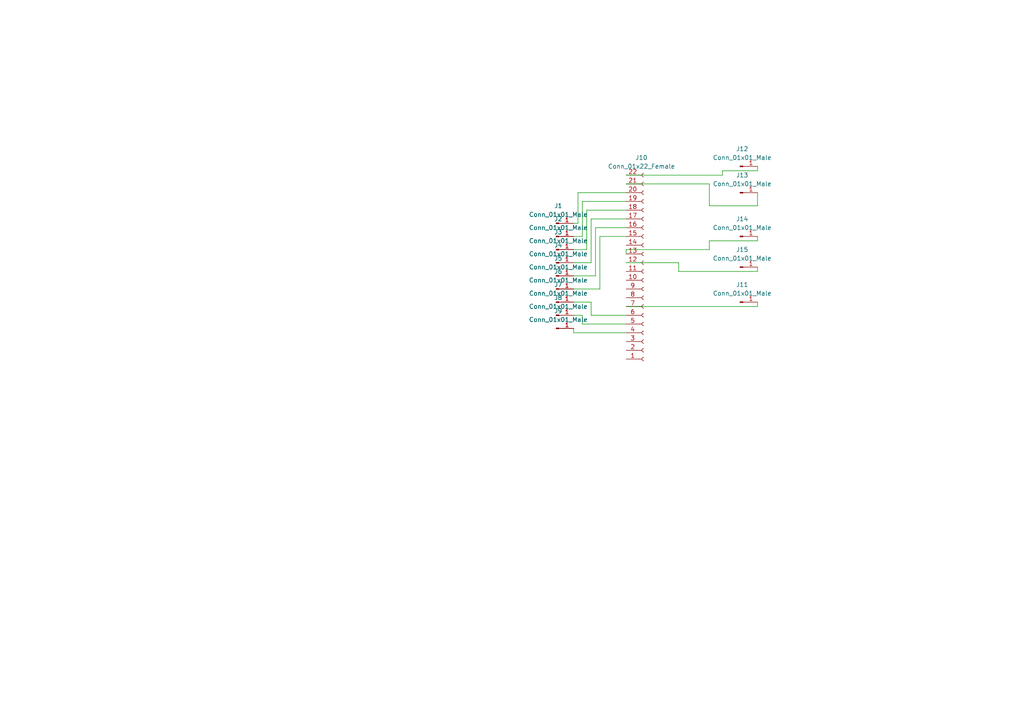
<source format=kicad_sch>
(kicad_sch (version 20211123) (generator eeschema)
  (paper "A4")
  (title_block (title "EMMMA-K-v3-Slave") (date "2022-10-20") (rev "0"))
  (lib_symbols
    (symbol "Connector:Conn_01x01_Male" (pin_names (offset 1.016) hide)
      (property "Reference" "J" (at 0 2.54 0))
      (property "Value" "Conn_01x01_Male" (at 0 -2.54 0))
      (symbol "Conn_01x01_Male_1_1"
        (polyline (pts (xy 1.27 0) (xy 0.8636 0)) (stroke (width 0.1524)))
        (rectangle (start 0.8636 0.127) (end 0 -0.127) (stroke (width 0.1524)) (fill (type outline)))
        (pin passive line (at 5.08 0 180) (length 3.81) (name "Pin_1") (number "1"))
      )
    )
    (symbol "Connector:Conn_01x22_Female" (pin_names (offset 1.016) hide)
      (property "Reference" "J" (at 0 27.94 0))
      (property "Value" "Conn_01x22_Female" (at 0 -30.48 0))
      (symbol "Conn_01x22_Female_1_1"
        (arc (start 0 -27.432) (mid -0.508 -27.94) (end 0 -28.448) (stroke (width 0.1524)))
        (arc (start 0 -24.892) (mid -0.508 -25.4) (end 0 -25.908) (stroke (width 0.1524)))
        (arc (start 0 -22.352) (mid -0.508 -22.86) (end 0 -23.368) (stroke (width 0.1524)))
        (arc (start 0 -19.812) (mid -0.508 -20.32) (end 0 -20.828) (stroke (width 0.1524)))
        (arc (start 0 -17.272) (mid -0.508 -17.78) (end 0 -18.288) (stroke (width 0.1524)))
        (arc (start 0 -14.732) (mid -0.508 -15.24) (end 0 -15.748) (stroke (width 0.1524)))
        (arc (start 0 -12.192) (mid -0.508 -12.7) (end 0 -13.208) (stroke (width 0.1524)))
        (arc (start 0 -9.652) (mid -0.508 -10.16) (end 0 -10.668) (stroke (width 0.1524)))
        (arc (start 0 -7.112) (mid -0.508 -7.62) (end 0 -8.128) (stroke (width 0.1524)))
        (arc (start 0 -4.572) (mid -0.508 -5.08) (end 0 -5.588) (stroke (width 0.1524)))
        (arc (start 0 -2.032) (mid -0.508 -2.54) (end 0 -3.048) (stroke (width 0.1524)))
        (polyline (pts (xy -1.27 -27.94) (xy -0.508 -27.94)) (stroke (width 0.1524)))
        (polyline (pts (xy -1.27 -25.4) (xy -0.508 -25.4)) (stroke (width 0.1524)))
        (polyline (pts (xy -1.27 -22.86) (xy -0.508 -22.86)) (stroke (width 0.1524)))
        (polyline (pts (xy -1.27 -20.32) (xy -0.508 -20.32)) (stroke (width 0.1524)))
        (polyline (pts (xy -1.27 -17.78) (xy -0.508 -17.78)) (stroke (width 0.1524)))
        (polyline (pts (xy -1.27 -15.24) (xy -0.508 -15.24)) (stroke (width 0.1524)))
        (polyline (pts (xy -1.27 -12.7) (xy -0.508 -12.7)) (stroke (width 0.1524)))
        (polyline (pts (xy -1.27 -10.16) (xy -0.508 -10.16)) (stroke (width 0.1524)))
        (polyline (pts (xy -1.27 -7.62) (xy -0.508 -7.62)) (stroke (width 0.1524)))
        (polyline (pts (xy -1.27 -5.08) (xy -0.508 -5.08)) (stroke (width 0.1524)))
        (polyline (pts (xy -1.27 -2.54) (xy -0.508 -2.54)) (stroke (width 0.1524)))
        (polyline (pts (xy -1.27 0) (xy -0.508 0)) (stroke (width 0.1524)))
        (polyline (pts (xy -1.27 2.54) (xy -0.508 2.54)) (stroke (width 0.1524)))
        (polyline (pts (xy -1.27 5.08) (xy -0.508 5.08)) (stroke (width 0.1524)))
        (polyline (pts (xy -1.27 7.62) (xy -0.508 7.62)) (stroke (width 0.1524)))
        (polyline (pts (xy -1.27 10.16) (xy -0.508 10.16)) (stroke (width 0.1524)))
        (polyline (pts (xy -1.27 12.7) (xy -0.508 12.7)) (stroke (width 0.1524)))
        (polyline (pts (xy -1.27 15.24) (xy -0.508 15.24)) (stroke (width 0.1524)))
        (polyline (pts (xy -1.27 17.78) (xy -0.508 17.78)) (stroke (width 0.1524)))
        (polyline (pts (xy -1.27 20.32) (xy -0.508 20.32)) (stroke (width 0.1524)))
        (polyline (pts (xy -1.27 22.86) (xy -0.508 22.86)) (stroke (width 0.1524)))
        (polyline (pts (xy -1.27 25.4) (xy -0.508 25.4)) (stroke (width 0.1524)))
        (arc (start 0 0.508) (mid -0.508 0) (end 0 -0.508) (stroke (width 0.1524)))
        (arc (start 0 3.048) (mid -0.508 2.54) (end 0 2.032) (stroke (width 0.1524)))
        (arc (start 0 5.588) (mid -0.508 5.08) (end 0 4.572) (stroke (width 0.1524)))
        (arc (start 0 8.128) (mid -0.508 7.62) (end 0 7.112) (stroke (width 0.1524)))
        (arc (start 0 10.668) (mid -0.508 10.16) (end 0 9.652) (stroke (width 0.1524)))
        (arc (start 0 13.208) (mid -0.508 12.7) (end 0 12.192) (stroke (width 0.1524)))
        (arc (start 0 15.748) (mid -0.508 15.24) (end 0 14.732) (stroke (width 0.1524)))
        (arc (start 0 18.288) (mid -0.508 17.78) (end 0 17.272) (stroke (width 0.1524)))
        (arc (start 0 20.828) (mid -0.508 20.32) (end 0 19.812) (stroke (width 0.1524)))
        (arc (start 0 23.368) (mid -0.508 22.86) (end 0 22.352) (stroke (width 0.1524)))
        (arc (start 0 25.908) (mid -0.508 25.4) (end 0 24.892) (stroke (width 0.1524)))
        (pin passive line (at -5.08 25.4 0) (length 3.81) (name "Pin_1") (number "1"))
        (pin passive line (at -5.08 2.54 0) (length 3.81) (name "Pin_10") (number "10"))
        (pin passive line (at -5.08 0 0) (length 3.81) (name "Pin_11") (number "11"))
        (pin passive line (at -5.08 -2.54 0) (length 3.81) (name "Pin_12") (number "12"))
        (pin passive line (at -5.08 -5.08 0) (length 3.81) (name "Pin_13") (number "13"))
        (pin passive line (at -5.08 -7.62 0) (length 3.81) (name "Pin_14") (number "14"))
        (pin passive line (at -5.08 -10.16 0) (length 3.81) (name "Pin_15") (number "15"))
        (pin passive line (at -5.08 -12.7 0) (length 3.81) (name "Pin_16") (number "16"))
        (pin passive line (at -5.08 -15.24 0) (length 3.81) (name "Pin_17") (number "17"))
        (pin passive line (at -5.08 -17.78 0) (length 3.81) (name "Pin_18") (number "18"))
        (pin passive line (at -5.08 -20.32 0) (length 3.81) (name "Pin_19") (number "19"))
        (pin passive line (at -5.08 22.86 0) (length 3.81) (name "Pin_2") (number "2"))
        (pin passive line (at -5.08 -22.86 0) (length 3.81) (name "Pin_20") (number "20"))
        (pin passive line (at -5.08 -25.4 0) (length 3.81) (name "Pin_21") (number "21"))
        (pin passive line (at -5.08 -27.94 0) (length 3.81) (name "Pin_22") (number "22"))
        (pin passive line (at -5.08 20.32 0) (length 3.81) (name "Pin_3") (number "3"))
        (pin passive line (at -5.08 17.78 0) (length 3.81) (name "Pin_4") (number "4"))
        (pin passive line (at -5.08 15.24 0) (length 3.81) (name "Pin_5") (number "5"))
        (pin passive line (at -5.08 12.7 0) (length 3.81) (name "Pin_6") (number "6"))
        (pin passive line (at -5.08 10.16 0) (length 3.81) (name "Pin_7") (number "7"))
        (pin passive line (at -5.08 7.62 0) (length 3.81) (name "Pin_8") (number "8"))
        (pin passive line (at -5.08 5.08 0) (length 3.81) (name "Pin_9") (number "9"))
      )
    )
  )
  (wire (pts (xy 181.61 53.34) (xy 205.74 53.34)))
  (wire (pts (xy 172.72 80.01) (xy 172.72 66.04)))
  (wire (pts (xy 219.71 48.26) (xy 219.71 49.53)))
  (wire (pts (xy 219.71 78.74) (xy 219.71 77.47)))
  (wire (pts (xy 205.74 69.85) (xy 219.71 69.85)))
  (wire (pts (xy 209.55 50.8) (xy 209.55 49.53)))
  (wire (pts (xy 168.91 93.98) (xy 181.61 93.98)))
  (wire (pts (xy 167.64 55.88) (xy 181.61 55.88)))
  (wire (pts (xy 166.37 96.52) (xy 181.61 96.52)))
  (wire (pts (xy 166.37 95.25) (xy 166.37 96.52)))
  (wire (pts (xy 171.45 91.44) (xy 181.61 91.44)))
  (wire (pts (xy 166.37 68.58) (xy 168.91 68.58)))
  (wire (pts (xy 196.85 78.74) (xy 219.71 78.74)))
  (wire (pts (xy 166.37 83.82) (xy 173.99 83.82)))
  (wire (pts (xy 170.18 60.96) (xy 181.61 60.96)))
  (wire (pts (xy 172.72 66.04) (xy 181.61 66.04)))
  (wire (pts (xy 181.61 73.66) (xy 181.61 72.39)))
  (wire (pts (xy 173.99 68.58) (xy 181.61 68.58)))
  (wire (pts (xy 219.71 69.85) (xy 219.71 68.58)))
  (wire (pts (xy 166.37 76.2) (xy 171.45 76.2)))
  (wire (pts (xy 170.18 72.39) (xy 170.18 60.96)))
  (wire (pts (xy 168.91 58.42) (xy 181.61 58.42)))
  (wire (pts (xy 181.61 72.39) (xy 205.74 72.39)))
  (wire (pts (xy 173.99 83.82) (xy 173.99 68.58)))
  (wire (pts (xy 205.74 72.39) (xy 205.74 69.85)))
  (wire (pts (xy 219.71 87.63) (xy 219.71 88.9)))
  (wire (pts (xy 171.45 76.2) (xy 171.45 63.5)))
  (wire (pts (xy 166.37 80.01) (xy 172.72 80.01)))
  (wire (pts (xy 205.74 59.69) (xy 219.71 59.69)))
  (wire (pts (xy 166.37 72.39) (xy 170.18 72.39)))
  (wire (pts (xy 181.61 76.2) (xy 196.85 76.2)))
  (wire (pts (xy 209.55 49.53) (xy 219.71 49.53)))
  (wire (pts (xy 171.45 63.5) (xy 181.61 63.5)))
  (wire (pts (xy 171.45 87.63) (xy 171.45 91.44)))
  (wire (pts (xy 166.37 64.77) (xy 167.64 64.77)))
  (wire (pts (xy 166.37 91.44) (xy 168.91 91.44)))
  (wire (pts (xy 205.74 53.34) (xy 205.74 59.69)))
  (wire (pts (xy 181.61 50.8) (xy 209.55 50.8)))
  (wire (pts (xy 167.64 64.77) (xy 167.64 55.88)))
  (wire (pts (xy 168.91 68.58) (xy 168.91 58.42)))
  (wire (pts (xy 166.37 87.63) (xy 171.45 87.63)))
  (wire (pts (xy 196.85 76.2) (xy 196.85 78.74)))
  (wire (pts (xy 181.61 88.9) (xy 219.71 88.9)))
  (wire (pts (xy 168.91 91.44) (xy 168.91 93.98)))
  (wire (pts (xy 219.71 59.69) (xy 219.71 55.88)))
  (symbol (lib_id "Connector:Conn_01x01_Male") (at 161.29 80.01 0) (unit 1)
    (property "Reference" "J5" (at 161.925 74.93 0))
    (property "Value" "Conn_01x01_Male" (at 161.925 77.47 0))
    (property "Footprint" "myLibrary:SolderWire-EMMMA-3mm1.7mm" (effects hide))
  )
  (symbol (lib_id "Connector:Conn_01x01_Male") (at 161.29 87.63 0) (unit 1)
    (property "Reference" "J7" (at 161.925 82.55 0))
    (property "Value" "Conn_01x01_Male" (at 161.925 85.09 0))
    (property "Footprint" "myLibrary:SolderWire-EMMMA-3mm1.7mm" (effects hide))
  )
  (symbol (lib_id "Connector:Conn_01x01_Male") (at 214.63 77.47 0) (unit 1)
    (property "Reference" "J15" (at 215.265 72.39 0))
    (property "Value" "Conn_01x01_Male" (at 215.265 74.93 0))
    (property "Footprint" "myLibrary:SolderWire-1.5sqmm_1x01_D1.0mm_OD3mm" (effects hide))
  )
  (symbol (lib_id "Connector:Conn_01x01_Male") (at 161.29 95.25 0) (unit 1)
    (property "Reference" "J9" (at 161.925 90.17 0))
    (property "Value" "Conn_01x01_Male" (at 161.925 92.71 0))
    (property "Footprint" "myLibrary:SolderWire-EMMMA-3mm1.7mm" (effects hide))
  )
  (symbol (lib_id "Connector:Conn_01x01_Male") (at 161.29 72.39 0) (unit 1)
    (property "Reference" "J3" (at 161.925 67.31 0))
    (property "Value" "Conn_01x01_Male" (at 161.925 69.85 0))
    (property "Footprint" "myLibrary:SolderWire-EMMMA-3mm1.7mm" (effects hide))
  )
  (symbol (lib_id "Connector:Conn_01x01_Male") (at 161.29 76.2 0) (unit 1)
    (property "Reference" "J4" (at 161.925 71.12 0))
    (property "Value" "Conn_01x01_Male" (at 161.925 73.66 0))
    (property "Footprint" "myLibrary:SolderWire-EMMMA-3mm1.7mm" (effects hide))
  )
  (symbol (lib_id "Connector:Conn_01x01_Male") (at 214.63 55.88 0) (unit 1)
    (property "Reference" "J13" (at 215.265 50.8 0))
    (property "Value" "Conn_01x01_Male" (at 215.265 53.34 0))
    (property "Footprint" "myLibrary:SolderWire-1.5sqmm_1x01_D1.0mm_OD3mm" (effects hide))
  )
  (symbol (lib_id "Connector:Conn_01x01_Male") (at 161.29 83.82 0) (unit 1)
    (property "Reference" "J6" (at 161.925 78.74 0))
    (property "Value" "Conn_01x01_Male" (at 161.925 81.28 0))
    (property "Footprint" "myLibrary:SolderWire-EMMMA-3mm1.7mm" (effects hide))
  )
  (symbol (lib_id "Connector:Conn_01x01_Male") (at 161.29 64.77 0) (unit 1)
    (property "Reference" "J1" (at 161.925 59.69 0))
    (property "Value" "Conn_01x01_Male" (at 161.925 62.23 0))
    (property "Footprint" "myLibrary:SolderWire-EMMMA-3mm1.7mm" (effects hide))
  )
  (symbol (lib_id "Connector:Conn_01x01_Male") (at 214.63 48.26 0) (unit 1)
    (property "Reference" "J12" (at 215.265 43.18 0))
    (property "Value" "Conn_01x01_Male" (at 215.265 45.72 0))
    (property "Footprint" "myLibrary:SolderWire-1.5sqmm_1x01_D1.0mm_OD3mm" (effects hide))
  )
  (symbol (lib_id "Connector:Conn_01x01_Male") (at 161.29 91.44 0) (unit 1)
    (property "Reference" "J8" (at 161.925 86.36 0))
    (property "Value" "Conn_01x01_Male" (at 161.925 88.9 0))
    (property "Footprint" "myLibrary:SolderWire-EMMMA-3mm1.7mm" (effects hide))
  )
  (symbol (lib_id "Connector:Conn_01x01_Male") (at 214.63 68.58 0) (unit 1)
    (property "Reference" "J14" (at 215.265 63.5 0))
    (property "Value" "Conn_01x01_Male" (at 215.265 66.04 0))
    (property "Footprint" "myLibrary:SolderWire-1.5sqmm_1x01_D1.0mm_OD3mm" (effects hide))
  )
  (symbol (lib_id "Connector:Conn_01x01_Male") (at 161.29 68.58 0) (unit 1)
    (property "Reference" "J2" (at 161.925 63.5 0))
    (property "Value" "Conn_01x01_Male" (at 161.925 66.04 0))
    (property "Footprint" "myLibrary:SolderWire-EMMMA-3mm1.7mm" (effects hide))
  )
  (symbol (lib_id "Connector:Conn_01x01_Male") (at 214.63 87.63 0) (unit 1)
    (property "Reference" "J11" (at 215.265 82.55 0))
    (property "Value" "Conn_01x01_Male" (at 215.265 85.09 0))
    (property "Footprint" "myLibrary:SolderWire-1.5sqmm_1x01_D1.0mm_OD3mm" (effects hide))
  )
  (symbol (lib_id "Connector:Conn_01x22_Female") (at 186.69 78.74 0) (mirror x) (unit 1)
    (property "Reference" "J10" (at 186.055 45.72 0))
    (property "Value" "Conn_01x22_Female" (at 186.055 48.26 0))
    (property "Footprint" "Connector_PinHeader_2.54mm:PinHeader_1x22_P2.54mm_Vertical" (effects hide))
  )
)
</source>
